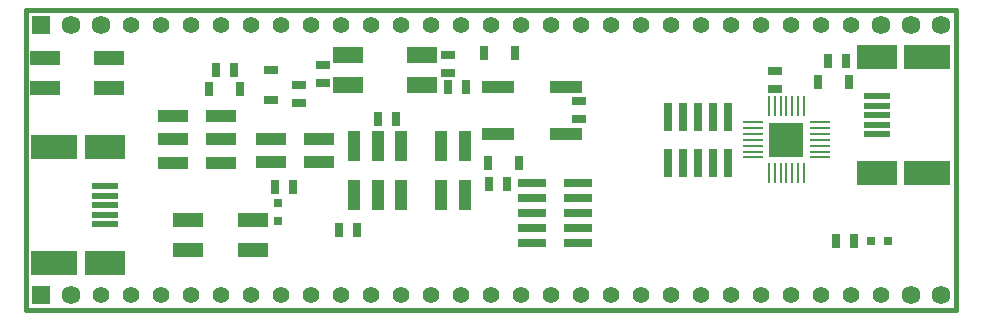
<source format=gtp>
G04 (created by PCBNEW-RS274X (2010-03-14)-final) date Tue 05 Apr 2011 06:41:08 PM CEST*
G01*
G70*
G90*
%MOIN*%
G04 Gerber Fmt 3.4, Leading zero omitted, Abs format*
%FSLAX34Y34*%
G04 APERTURE LIST*
%ADD10C,0.006000*%
%ADD11C,0.015000*%
%ADD12R,0.047200X0.031500*%
%ADD13R,0.031500X0.047200*%
%ADD14R,0.100000X0.050000*%
%ADD15R,0.039400X0.102400*%
%ADD16R,0.102400X0.039400*%
%ADD17R,0.094500X0.029900*%
%ADD18R,0.029900X0.094500*%
%ADD19R,0.031400X0.031400*%
%ADD20R,0.137800X0.080700*%
%ADD21R,0.157500X0.080700*%
%ADD22R,0.088600X0.019700*%
%ADD23R,0.108300X0.039400*%
%ADD24R,0.045000X0.025000*%
%ADD25R,0.025000X0.045000*%
%ADD26C,0.062600*%
%ADD27C,0.055100*%
%ADD28R,0.063000X0.063000*%
%ADD29O,0.070900X0.009800*%
%ADD30O,0.009800X0.070900*%
%ADD31R,0.118100X0.118100*%
%ADD32C,0.043300*%
%ADD33R,0.098400X0.055100*%
G04 APERTURE END LIST*
G54D10*
G54D11*
X36500Y-28000D02*
X36500Y-18000D01*
X67500Y-28000D02*
X36500Y-28000D01*
X67500Y-18000D02*
X67500Y-28000D01*
X36500Y-18000D02*
X67500Y-18000D01*
G54D12*
X44680Y-21012D03*
X44680Y-19988D03*
G54D13*
X62908Y-20400D03*
X63932Y-20400D03*
X52812Y-19440D03*
X51788Y-19440D03*
X51908Y-23080D03*
X52932Y-23080D03*
X43652Y-20640D03*
X42628Y-20640D03*
G54D14*
X41925Y-25000D03*
X44075Y-25000D03*
X41925Y-26000D03*
X44075Y-26000D03*
X39295Y-20600D03*
X37145Y-20600D03*
X39295Y-19600D03*
X37145Y-19600D03*
G54D15*
X50346Y-24147D03*
X50346Y-22533D03*
X51134Y-24147D03*
X51134Y-22533D03*
G54D16*
X44673Y-22286D03*
X46287Y-22286D03*
X44673Y-23074D03*
X46287Y-23074D03*
G54D15*
X49027Y-22533D03*
X49027Y-24147D03*
X47453Y-24147D03*
X47453Y-22533D03*
X48240Y-24147D03*
X48240Y-22533D03*
G54D16*
X41413Y-21513D03*
X43027Y-21513D03*
X43027Y-23087D03*
X41413Y-23087D03*
X43027Y-22300D03*
X41413Y-22300D03*
G54D17*
X54928Y-24760D03*
X54928Y-25260D03*
X53392Y-24760D03*
X53392Y-25260D03*
X53392Y-25760D03*
X54928Y-25760D03*
X53392Y-24260D03*
X54928Y-24260D03*
X53392Y-23760D03*
X54928Y-23760D03*
G54D18*
X58900Y-21552D03*
X59400Y-21552D03*
X58900Y-23088D03*
X59400Y-23088D03*
X59900Y-23088D03*
X59900Y-21552D03*
X58400Y-23088D03*
X58400Y-21552D03*
X57900Y-23088D03*
X57900Y-21552D03*
G54D19*
X64665Y-25680D03*
X65255Y-25680D03*
X44900Y-24425D03*
X44900Y-25015D03*
G54D20*
X64870Y-23439D03*
G54D21*
X66543Y-23439D03*
X66543Y-19561D03*
G54D20*
X64870Y-19561D03*
G54D22*
X64870Y-22130D03*
X64870Y-21815D03*
X64870Y-21500D03*
X64870Y-21185D03*
X64870Y-20870D03*
G54D20*
X39130Y-22561D03*
G54D21*
X37457Y-22561D03*
X37457Y-26439D03*
G54D20*
X39130Y-26439D03*
G54D22*
X39130Y-23870D03*
X39130Y-24185D03*
X39130Y-24500D03*
X39130Y-24815D03*
X39130Y-25130D03*
G54D23*
X52248Y-20553D03*
X54512Y-20553D03*
X52248Y-22127D03*
X54512Y-22127D03*
G54D24*
X50574Y-20102D03*
X50574Y-19502D03*
G54D25*
X63520Y-25680D03*
X64120Y-25680D03*
G54D24*
X61485Y-20040D03*
X61485Y-20640D03*
G54D25*
X48240Y-21640D03*
X48840Y-21640D03*
X46944Y-25342D03*
X47544Y-25342D03*
X44820Y-23880D03*
X45420Y-23880D03*
G54D24*
X46428Y-19822D03*
X46428Y-20422D03*
G54D25*
X50574Y-20568D03*
X51174Y-20568D03*
X63260Y-19700D03*
X63860Y-19700D03*
X51940Y-23780D03*
X52540Y-23780D03*
G54D24*
X54940Y-21640D03*
X54940Y-21040D03*
X45600Y-21080D03*
X45600Y-20480D03*
G54D25*
X43440Y-19980D03*
X42840Y-19980D03*
G54D26*
X67000Y-27500D03*
G54D27*
X58000Y-27500D03*
X63000Y-27500D03*
X59000Y-27500D03*
X60000Y-27500D03*
X61000Y-27500D03*
X62000Y-27500D03*
X64000Y-27500D03*
X65000Y-27500D03*
G54D26*
X66000Y-27500D03*
G54D27*
X51000Y-27500D03*
X50000Y-27500D03*
X49000Y-27500D03*
X48000Y-27500D03*
X52000Y-27500D03*
X57000Y-27500D03*
X53000Y-27500D03*
X54000Y-27500D03*
X55000Y-27500D03*
X56000Y-27500D03*
X46000Y-27500D03*
X45000Y-27500D03*
X44000Y-27500D03*
X43000Y-27500D03*
X47000Y-27500D03*
G54D28*
X37000Y-27500D03*
G54D27*
X42000Y-27500D03*
G54D26*
X38000Y-27500D03*
G54D27*
X39000Y-27500D03*
X40000Y-27500D03*
X41000Y-27500D03*
G54D26*
X67000Y-18500D03*
G54D27*
X58000Y-18500D03*
X63000Y-18500D03*
X59000Y-18500D03*
X60000Y-18500D03*
X61000Y-18500D03*
X62000Y-18500D03*
X64000Y-18500D03*
G54D26*
X65000Y-18500D03*
X66000Y-18500D03*
G54D27*
X51000Y-18500D03*
X50000Y-18500D03*
X49000Y-18500D03*
X48000Y-18500D03*
X52000Y-18500D03*
X57000Y-18500D03*
X53000Y-18500D03*
X54000Y-18500D03*
X55000Y-18500D03*
X56000Y-18500D03*
X46000Y-18500D03*
X45000Y-18500D03*
X44000Y-18500D03*
X43000Y-18500D03*
X47000Y-18500D03*
G54D28*
X37000Y-18500D03*
G54D27*
X42000Y-18500D03*
G54D26*
X38000Y-18500D03*
X39000Y-18500D03*
G54D27*
X40000Y-18500D03*
X41000Y-18500D03*
G54D29*
X62982Y-22911D03*
X62982Y-22714D03*
X62982Y-22517D03*
X62982Y-22320D03*
X62982Y-22123D03*
X62982Y-21926D03*
X62982Y-21729D03*
G54D30*
X62451Y-21198D03*
X62254Y-21198D03*
X62057Y-21198D03*
X61860Y-21198D03*
X61663Y-21198D03*
X61466Y-21198D03*
X61269Y-21198D03*
G54D29*
X60738Y-21729D03*
X60738Y-21926D03*
X60738Y-22123D03*
X60738Y-22320D03*
X60738Y-22517D03*
X60738Y-22714D03*
X60738Y-22911D03*
G54D30*
X61269Y-23442D03*
X61466Y-23442D03*
X61663Y-23442D03*
X61860Y-23442D03*
X62057Y-23442D03*
X62254Y-23442D03*
X62451Y-23442D03*
G54D31*
X61860Y-22320D03*
G54D32*
X61560Y-21972D03*
X61860Y-22320D03*
X62160Y-22677D03*
X62160Y-21972D03*
X61560Y-22677D03*
G54D33*
X47248Y-20482D03*
X47248Y-19498D03*
X49728Y-20482D03*
X49728Y-19498D03*
M02*

</source>
